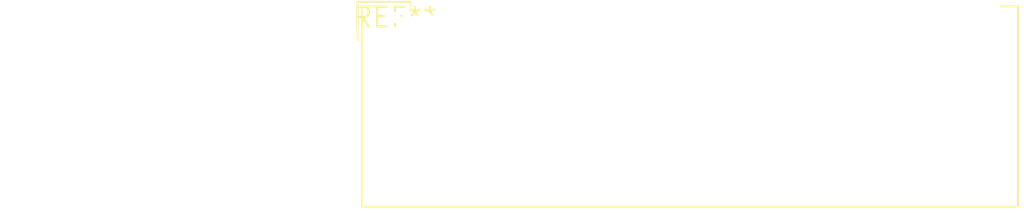
<source format=kicad_pcb>
(kicad_pcb (version 20240108) (generator pcbnew)
  (layers (0 "F.Cu" signal) (31 "B.Cu" signal) (34 "B.Paste" user) (35 "F.Paste" user) (36 "B.SilkS" user "B.Silkscreen") (37 "F.SilkS" user "F.Silkscreen") (38 "B.Mask" user) (39 "F.Mask" user) (44 "Edge.Cuts" user))
  (net 0 "")
  (footprint "JST_PUD_S40B-PUDSS-1_2x20_P2.00mm_Horizontal" (layer "F.Cu") (at 0 0)
    (property "Reference" "REF**")
    (property "Value" "JST_PUD_S40B-PUDSS-1_2x20_P2.00mm_Horizontal")
    (fp_line (start -2.41 -1.01) (end -2.41 1.49) (layer "F.SilkS") (stroke (width 0.12)))
    (fp_line (start -2.11 -0.71) (end -2.11 12.21) (layer "F.SilkS") (stroke (width 0.12)))
    (fp_line (start -2.11 12.21) (end 19 12.21) (layer "F.SilkS") (stroke (width 0.12)))
    (fp_line (start -1 -0.71) (end -2.11 -0.71) (layer "F.SilkS") (stroke (width 0.12)))
    (fp_line (start 1 -1.01) (end -2.41 -1.01) (layer "F.SilkS") (stroke (width 0.12)))
    (fp_line (start 1 -0.76) (end 1 -1.01) (layer "F.SilkS") (stroke (width 0.12)))
    (fp_line (start 39 -0.71) (end 40.11 -0.71) (layer "F.SilkS") (stroke (width 0.12)))
    (fp_line (start 40.11 -0.71) (end 40.11 12.21) (layer "F.SilkS") (stroke (width 0.12)))
    (fp_line (start 40.11 12.21) (end 19 12.21) (layer "F.SilkS") (stroke (width 0.12)))
    (pad "" np_thru_hole circle (at -0.9 9.7) (size 1.65 1.65) (drill 1.65) (layers *.Cu *.Mask))
    (pad "" np_thru_hole circle (at 38.9 9.7) (size 1.65 1.65) (drill 1.65) (layers *.Cu *.Mask))
    (pad "1" thru_hole roundrect (at 0 0) (size 1.2 1.2) (drill 0.75) (layers *.Cu *.Mask) (remove_unused_layers) (roundrect_rratio 0.208333))
    (pad "2" thru_hole circle (at 0 2) (size 1.2 1.2) (drill 0.75) (layers *.Cu *.Mask) (remove_unused_layers))
    (pad "3" thru_hole circle (at 2 0) (size 1.2 1.2) (drill 0.75) (layers *.Cu *.Mask) (remove_unused_layers))
    (pad "4" thru_hole circle (at 2 2) (size 1.2 1.2) (drill 0.75) (layers *.Cu *.Mask) (remove_unused_layers))
    (pad "5" thru_hole circle (at 4 0) (size 1.2 1.2) (drill 0.75) (layers *.Cu *.Mask) (remove_unused_layers))
    (pad "6" thru_hole circle (at 4 2) (size 1.2 1.2) (drill 0.75) (layers *.Cu *.Mask) (remove_unused_layers))
    (pad "7" thru_hole circle (at 6 0) (size 1.2 1.2) (drill 0.75) (layers *.Cu *.Mask) (remove_unused_layers))
    (pad "8" thru_hole circle (at 6 2) (size 1.2 1.2) (drill 0.75) (layers *.Cu *.Mask) (remove_unused_layers))
    (pad "9" thru_hole circle (at 8 0) (size 1.2 1.2) (drill 0.75) (layers *.Cu *.Mask) (remove_unused_layers))
    (pad "10" thru_hole circle (at 8 2) (size 1.2 1.2) (drill 0.75) (layers *.Cu *.Mask) (remove_unused_layers))
    (pad "11" thru_hole circle (at 10 0) (size 1.2 1.2) (drill 0.75) (layers *.Cu *.Mask) (remove_unused_layers))
    (pad "12" thru_hole circle (at 10 2) (size 1.2 1.2) (drill 0.75) (layers *.Cu *.Mask) (remove_unused_layers))
    (pad "13" thru_hole circle (at 12 0) (size 1.2 1.2) (drill 0.75) (layers *.Cu *.Mask) (remove_unused_layers))
    (pad "14" thru_hole circle (at 12 2) (size 1.2 1.2) (drill 0.75) (layers *.Cu *.Mask) (remove_unused_layers))
    (pad "15" thru_hole circle (at 14 0) (size 1.2 1.2) (drill 0.75) (layers *.Cu *.Mask) (remove_unused_layers))
    (pad "16" thru_hole circle (at 14 2) (size 1.2 1.2) (drill 0.75) (layers *.Cu *.Mask) (remove_unused_layers))
    (pad "17" thru_hole circle (at 16 0) (size 1.2 1.2) (drill 0.75) (layers *.Cu *.Mask) (remove_unused_layers))
    (pad "18" thru_hole circle (at 16 2) (size 1.2 1.2) (drill 0.75) (layers *.Cu *.Mask) (remove_unused_layers))
    (pad "19" thru_hole circle (at 18 0) (size 1.2 1.2) (drill 0.75) (layers *.Cu *.Mask) (remove_unused_layers))
    (pad "20" thru_hole circle (at 18 2) (size 1.2 1.2) (drill 0.75) (layers *.Cu *.Mask) (remove_unused_layers))
    (pad "21" thru_hole circle (at 20 0) (size 1.2 1.2) (drill 0.75) (layers *.Cu *.Mask) (remove_unused_layers))
    (pad "22" thru_hole circle (at 20 2) (size 1.2 1.2) (drill 0.75) (layers *.Cu *.Mask) (remove_unused_layers))
    (pad "23" thru_hole circle (at 22 0) (size 1.2 1.2) (drill 0.75) (layers *.Cu *.Mask) (remove_unused_layers))
    (pad "24" thru_hole circle (at 22 2) (size 1.2 1.2) (drill 0.75) (layers *.Cu *.Mask) (remove_unused_layers))
    (pad "25" thru_hole circle (at 24 0) (size 1.2 1.2) (drill 0.75) (layers *.Cu *.Mask) (remove_unused_layers))
    (pad "26" thru_hole circle (at 24 2) (size 1.2 1.2) (drill 0.75) (layers *.Cu *.Mask) (remove_unused_layers))
    (pad "27" thru_hole circle (at 26 0) (size 1.2 1.2) (drill 0.75) (layers *.Cu *.Mask) (remove_unused_layers))
    (pad "28" thru_hole circle (at 26 2) (size 1.2 1.2) (drill 0.75) (layers *.Cu *.Mask) (remove_unused_layers))
    (pad "29" thru_hole circle (at 28 0) (size 1.2 1.2) (drill 0.75) (layers *.Cu *.Mask) (remove_unused_layers))
    (pad "30" thru_hole circle (at 28 2) (size 1.2 1.2) (drill 0.75) (layers *.Cu *.Mask) (remove_unused_layers))
    (pad "31" thru_hole circle (at 30 0) (size 1.2 1.2) (drill 0.75) (layers *.Cu *.Mask) (remove_unused_layers))
    (pad "32" thru_hole circle (at 30 2) (size 1.2 1.2) (drill 0.75) (layers *.Cu *.Mask) (remove_unused_layers))
    (pad "33" thru_hole circle (at 32 0) (size 1.2 1.2) (drill 0.75) (layers *.Cu *.Mask) (remove_unused_layers))
    (pad "34" thru_hole circle (at 32 2) (size 1.2 1.2) (drill 0.75) (layers *.Cu *.Mask) (remove_unused_layers))
    (pad "35" thru_hole circle (at 34 0) (size 1.2 1.2) (drill 0.75) (layers *.Cu *.Mask) (remove_unused_layers))
    (pad "36" thru_hole circle (at 34 2) (size 1.2 1.2) (drill 0.75) (layers *.Cu *.Mask) (remove_unused_layers))
    (pad "37" thru_hole circle (at 36 0) (size 1.2 1.2) (drill 0.75) (layers *.Cu *.Mask) (remove_unused_layers))
    (pad "38" thru_hole circle (at 36 2) (size 1.2 1.2) (drill 0.75) (layers *.Cu *.Mask) (remove_unused_layers))
    (pad "39" thru_hole circle (at 38 0) (size 1.2 1.2) (drill 0.75) (layers *.Cu *.Mask) (remove_unused_layers))
    (pad "40" thru_hole circle (at 38 2) (size 1.2 1.2) (drill 0.75) (layers *.Cu *.Mask) (remove_unused_layers))
  )
)
</source>
